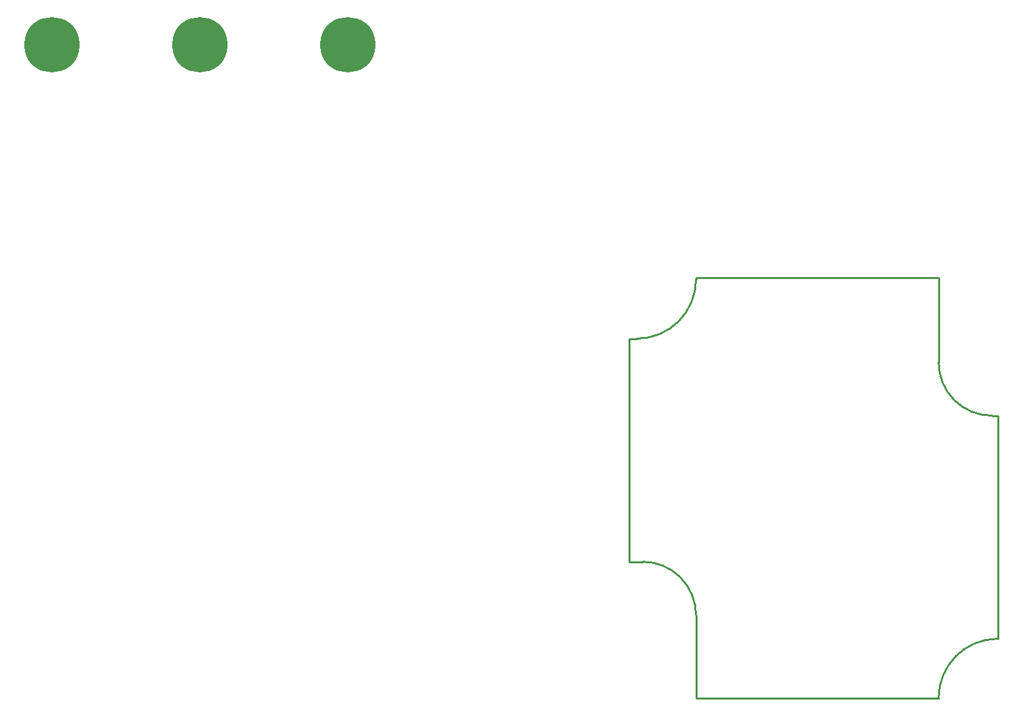
<source format=gtl>
G04 start of page 2 for group 3 layer_idx 0 *
G04 Title: (unknown), top_copper *
G04 Creator: pcb-rnd 2.2.2 *
G04 CreationDate: 2020-09-15 22:02:55 UTC *
G04 For:  *
G04 Format: Gerber/RS-274X *
G04 PCB-Dimensions: 700000 500000 *
G04 PCB-Coordinate-Origin: lower left *
%MOIN*%
%FSLAX25Y25*%
%LNTOP_COPPER_NONE_3*%
%ADD13C,0.2500*%
%ADD12C,0.2805*%
%ADD11C,0.0100*%
G54D11*X399000Y282000D02*X522000D01*
X365000Y138000D02*Y251000D01*
X372000Y138000D02*X365000D01*
X399000Y282000D02*Y281000D01*
X369000Y251000D02*X365000D01*
X522000Y282000D02*Y239000D01*
Y69000D02*X399000D01*
Y111000D02*Y69000D01*
X552000Y99000D02*Y212000D01*
X549000D02*X552000D01*
X372000Y138000D02*G75*G02X399000Y111000I0J-27000D01*G01*
X522000Y69000D02*G75*G02X552000Y99000I30000J0D01*G01*
X399000Y281000D02*G75*G02X369000Y251000I-30000J0D01*G01*
X522000Y239000D02*G75*G03X549000Y212000I27000J0D01*G01*
G54D12*X72500Y400000D03*
X147500D03*
X222500D03*
G54D13*M02*

</source>
